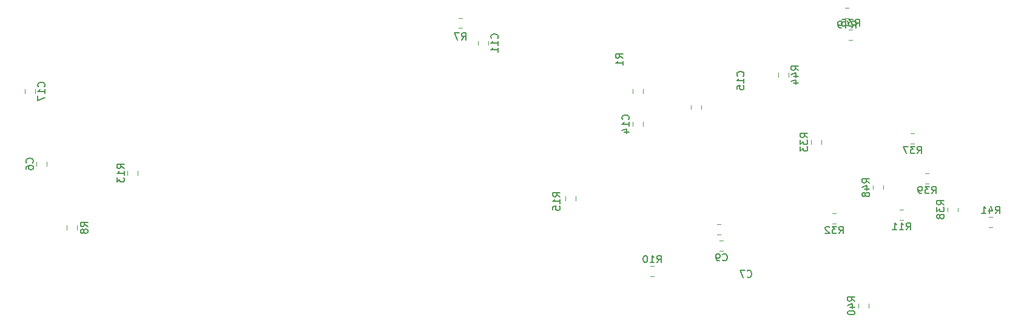
<source format=gbr>
%TF.GenerationSoftware,KiCad,Pcbnew,(5.1.6)-1*%
%TF.CreationDate,2021-01-03T19:19:44+05:30*%
%TF.ProjectId,supplyboard,73757070-6c79-4626-9f61-72642e6b6963,rev?*%
%TF.SameCoordinates,Original*%
%TF.FileFunction,Legend,Bot*%
%TF.FilePolarity,Positive*%
%FSLAX46Y46*%
G04 Gerber Fmt 4.6, Leading zero omitted, Abs format (unit mm)*
G04 Created by KiCad (PCBNEW (5.1.6)-1) date 2021-01-03 19:19:44*
%MOMM*%
%LPD*%
G01*
G04 APERTURE LIST*
%ADD10C,0.120000*%
%ADD11C,0.150000*%
G04 APERTURE END LIST*
D10*
%TO.C,R35*%
X158249252Y-84126000D02*
X157726748Y-84126000D01*
X158249252Y-85546000D02*
X157726748Y-85546000D01*
%TO.C,C9*%
X139701748Y-113590000D02*
X140224252Y-113590000D01*
X139701748Y-115010000D02*
X140224252Y-115010000D01*
%TO.C,R10*%
X130563252Y-117146000D02*
X130040748Y-117146000D01*
X130563252Y-118566000D02*
X130040748Y-118566000D01*
%TO.C,C7*%
X139362922Y-112724000D02*
X139880078Y-112724000D01*
X139362922Y-111304000D02*
X139880078Y-111304000D01*
%TO.C,R1*%
X128980000Y-92971252D02*
X128980000Y-92448748D01*
X127560000Y-92971252D02*
X127560000Y-92448748D01*
%TO.C,C15*%
X137108000Y-95248252D02*
X137108000Y-94725748D01*
X135688000Y-95248252D02*
X135688000Y-94725748D01*
%TO.C,C6*%
X44375000Y-102608748D02*
X44375000Y-103131252D01*
X45795000Y-102608748D02*
X45795000Y-103131252D01*
%TO.C,R7*%
X103243748Y-83895000D02*
X103766252Y-83895000D01*
X103243748Y-82475000D02*
X103766252Y-82475000D01*
%TO.C,R8*%
X48566000Y-112021252D02*
X48566000Y-111498748D01*
X49986000Y-112021252D02*
X49986000Y-111498748D01*
%TO.C,R15*%
X119582000Y-107957252D02*
X119582000Y-107434748D01*
X118162000Y-107957252D02*
X118162000Y-107434748D01*
%TO.C,R11*%
X164838748Y-110692000D02*
X165361252Y-110692000D01*
X164838748Y-109272000D02*
X165361252Y-109272000D01*
%TO.C,R13*%
X57075000Y-103878748D02*
X57075000Y-104401252D01*
X58495000Y-103878748D02*
X58495000Y-104401252D01*
%TO.C,R32*%
X155440748Y-111200000D02*
X155963252Y-111200000D01*
X155440748Y-109780000D02*
X155963252Y-109780000D01*
%TO.C,R33*%
X152452000Y-99560748D02*
X152452000Y-100083252D01*
X153872000Y-99560748D02*
X153872000Y-100083252D01*
%TO.C,R37*%
X166362748Y-100024000D02*
X166885252Y-100024000D01*
X166362748Y-98604000D02*
X166885252Y-98604000D01*
%TO.C,R38*%
X171502000Y-108967748D02*
X171502000Y-109490252D01*
X172922000Y-108967748D02*
X172922000Y-109490252D01*
%TO.C,R39*%
X168394748Y-105612000D02*
X168917252Y-105612000D01*
X168394748Y-104192000D02*
X168917252Y-104192000D01*
%TO.C,R40*%
X159056000Y-122420748D02*
X159056000Y-122943252D01*
X160476000Y-122420748D02*
X160476000Y-122943252D01*
%TO.C,R41*%
X177798252Y-110288000D02*
X177275748Y-110288000D01*
X177798252Y-111708000D02*
X177275748Y-111708000D01*
%TO.C,R44*%
X149300000Y-90685252D02*
X149300000Y-90162748D01*
X147880000Y-90685252D02*
X147880000Y-90162748D01*
%TO.C,R48*%
X161088000Y-105901748D02*
X161088000Y-106424252D01*
X162508000Y-105901748D02*
X162508000Y-106424252D01*
%TO.C,R49*%
X157218748Y-82498000D02*
X157741252Y-82498000D01*
X157218748Y-81078000D02*
X157741252Y-81078000D01*
%TO.C,C11*%
X107390000Y-86231252D02*
X107390000Y-85708748D01*
X105970000Y-86231252D02*
X105970000Y-85708748D01*
%TO.C,C14*%
X127560000Y-97020748D02*
X127560000Y-97543252D01*
X128980000Y-97020748D02*
X128980000Y-97543252D01*
%TO.C,C17*%
X42724000Y-92971252D02*
X42724000Y-92448748D01*
X44144000Y-92971252D02*
X44144000Y-92448748D01*
%TO.C,R35*%
D11*
X158630857Y-83638380D02*
X158964190Y-83162190D01*
X159202285Y-83638380D02*
X159202285Y-82638380D01*
X158821333Y-82638380D01*
X158726095Y-82686000D01*
X158678476Y-82733619D01*
X158630857Y-82828857D01*
X158630857Y-82971714D01*
X158678476Y-83066952D01*
X158726095Y-83114571D01*
X158821333Y-83162190D01*
X159202285Y-83162190D01*
X158297523Y-82638380D02*
X157678476Y-82638380D01*
X158011809Y-83019333D01*
X157868952Y-83019333D01*
X157773714Y-83066952D01*
X157726095Y-83114571D01*
X157678476Y-83209809D01*
X157678476Y-83447904D01*
X157726095Y-83543142D01*
X157773714Y-83590761D01*
X157868952Y-83638380D01*
X158154666Y-83638380D01*
X158249904Y-83590761D01*
X158297523Y-83543142D01*
X156773714Y-82638380D02*
X157249904Y-82638380D01*
X157297523Y-83114571D01*
X157249904Y-83066952D01*
X157154666Y-83019333D01*
X156916571Y-83019333D01*
X156821333Y-83066952D01*
X156773714Y-83114571D01*
X156726095Y-83209809D01*
X156726095Y-83447904D01*
X156773714Y-83543142D01*
X156821333Y-83590761D01*
X156916571Y-83638380D01*
X157154666Y-83638380D01*
X157249904Y-83590761D01*
X157297523Y-83543142D01*
%TO.C,C9*%
X140129666Y-116307142D02*
X140177285Y-116354761D01*
X140320142Y-116402380D01*
X140415380Y-116402380D01*
X140558238Y-116354761D01*
X140653476Y-116259523D01*
X140701095Y-116164285D01*
X140748714Y-115973809D01*
X140748714Y-115830952D01*
X140701095Y-115640476D01*
X140653476Y-115545238D01*
X140558238Y-115450000D01*
X140415380Y-115402380D01*
X140320142Y-115402380D01*
X140177285Y-115450000D01*
X140129666Y-115497619D01*
X139653476Y-116402380D02*
X139463000Y-116402380D01*
X139367761Y-116354761D01*
X139320142Y-116307142D01*
X139224904Y-116164285D01*
X139177285Y-115973809D01*
X139177285Y-115592857D01*
X139224904Y-115497619D01*
X139272523Y-115450000D01*
X139367761Y-115402380D01*
X139558238Y-115402380D01*
X139653476Y-115450000D01*
X139701095Y-115497619D01*
X139748714Y-115592857D01*
X139748714Y-115830952D01*
X139701095Y-115926190D01*
X139653476Y-115973809D01*
X139558238Y-116021428D01*
X139367761Y-116021428D01*
X139272523Y-115973809D01*
X139224904Y-115926190D01*
X139177285Y-115830952D01*
%TO.C,R10*%
X130944857Y-116658380D02*
X131278190Y-116182190D01*
X131516285Y-116658380D02*
X131516285Y-115658380D01*
X131135333Y-115658380D01*
X131040095Y-115706000D01*
X130992476Y-115753619D01*
X130944857Y-115848857D01*
X130944857Y-115991714D01*
X130992476Y-116086952D01*
X131040095Y-116134571D01*
X131135333Y-116182190D01*
X131516285Y-116182190D01*
X129992476Y-116658380D02*
X130563904Y-116658380D01*
X130278190Y-116658380D02*
X130278190Y-115658380D01*
X130373428Y-115801238D01*
X130468666Y-115896476D01*
X130563904Y-115944095D01*
X129373428Y-115658380D02*
X129278190Y-115658380D01*
X129182952Y-115706000D01*
X129135333Y-115753619D01*
X129087714Y-115848857D01*
X129040095Y-116039333D01*
X129040095Y-116277428D01*
X129087714Y-116467904D01*
X129135333Y-116563142D01*
X129182952Y-116610761D01*
X129278190Y-116658380D01*
X129373428Y-116658380D01*
X129468666Y-116610761D01*
X129516285Y-116563142D01*
X129563904Y-116467904D01*
X129611523Y-116277428D01*
X129611523Y-116039333D01*
X129563904Y-115848857D01*
X129516285Y-115753619D01*
X129468666Y-115706000D01*
X129373428Y-115658380D01*
%TO.C,C7*%
X143538166Y-118621142D02*
X143585785Y-118668761D01*
X143728642Y-118716380D01*
X143823880Y-118716380D01*
X143966738Y-118668761D01*
X144061976Y-118573523D01*
X144109595Y-118478285D01*
X144157214Y-118287809D01*
X144157214Y-118144952D01*
X144109595Y-117954476D01*
X144061976Y-117859238D01*
X143966738Y-117764000D01*
X143823880Y-117716380D01*
X143728642Y-117716380D01*
X143585785Y-117764000D01*
X143538166Y-117811619D01*
X143204833Y-117716380D02*
X142538166Y-117716380D01*
X142966738Y-118716380D01*
%TO.C,R1*%
X126182380Y-88098333D02*
X125706190Y-87765000D01*
X126182380Y-87526904D02*
X125182380Y-87526904D01*
X125182380Y-87907857D01*
X125230000Y-88003095D01*
X125277619Y-88050714D01*
X125372857Y-88098333D01*
X125515714Y-88098333D01*
X125610952Y-88050714D01*
X125658571Y-88003095D01*
X125706190Y-87907857D01*
X125706190Y-87526904D01*
X126182380Y-89050714D02*
X126182380Y-88479285D01*
X126182380Y-88765000D02*
X125182380Y-88765000D01*
X125325238Y-88669761D01*
X125420476Y-88574523D01*
X125468095Y-88479285D01*
%TO.C,C15*%
X143005142Y-90594142D02*
X143052761Y-90546523D01*
X143100380Y-90403666D01*
X143100380Y-90308428D01*
X143052761Y-90165571D01*
X142957523Y-90070333D01*
X142862285Y-90022714D01*
X142671809Y-89975095D01*
X142528952Y-89975095D01*
X142338476Y-90022714D01*
X142243238Y-90070333D01*
X142148000Y-90165571D01*
X142100380Y-90308428D01*
X142100380Y-90403666D01*
X142148000Y-90546523D01*
X142195619Y-90594142D01*
X143100380Y-91546523D02*
X143100380Y-90975095D01*
X143100380Y-91260809D02*
X142100380Y-91260809D01*
X142243238Y-91165571D01*
X142338476Y-91070333D01*
X142386095Y-90975095D01*
X142100380Y-92451285D02*
X142100380Y-91975095D01*
X142576571Y-91927476D01*
X142528952Y-91975095D01*
X142481333Y-92070333D01*
X142481333Y-92308428D01*
X142528952Y-92403666D01*
X142576571Y-92451285D01*
X142671809Y-92498904D01*
X142909904Y-92498904D01*
X143005142Y-92451285D01*
X143052761Y-92403666D01*
X143100380Y-92308428D01*
X143100380Y-92070333D01*
X143052761Y-91975095D01*
X143005142Y-91927476D01*
%TO.C,C6*%
X43792142Y-102703333D02*
X43839761Y-102655714D01*
X43887380Y-102512857D01*
X43887380Y-102417619D01*
X43839761Y-102274761D01*
X43744523Y-102179523D01*
X43649285Y-102131904D01*
X43458809Y-102084285D01*
X43315952Y-102084285D01*
X43125476Y-102131904D01*
X43030238Y-102179523D01*
X42935000Y-102274761D01*
X42887380Y-102417619D01*
X42887380Y-102512857D01*
X42935000Y-102655714D01*
X42982619Y-102703333D01*
X42887380Y-103560476D02*
X42887380Y-103370000D01*
X42935000Y-103274761D01*
X42982619Y-103227142D01*
X43125476Y-103131904D01*
X43315952Y-103084285D01*
X43696904Y-103084285D01*
X43792142Y-103131904D01*
X43839761Y-103179523D01*
X43887380Y-103274761D01*
X43887380Y-103465238D01*
X43839761Y-103560476D01*
X43792142Y-103608095D01*
X43696904Y-103655714D01*
X43458809Y-103655714D01*
X43363571Y-103608095D01*
X43315952Y-103560476D01*
X43268333Y-103465238D01*
X43268333Y-103274761D01*
X43315952Y-103179523D01*
X43363571Y-103131904D01*
X43458809Y-103084285D01*
%TO.C,R7*%
X103671666Y-85542380D02*
X104005000Y-85066190D01*
X104243095Y-85542380D02*
X104243095Y-84542380D01*
X103862142Y-84542380D01*
X103766904Y-84590000D01*
X103719285Y-84637619D01*
X103671666Y-84732857D01*
X103671666Y-84875714D01*
X103719285Y-84970952D01*
X103766904Y-85018571D01*
X103862142Y-85066190D01*
X104243095Y-85066190D01*
X103338333Y-84542380D02*
X102671666Y-84542380D01*
X103100238Y-85542380D01*
%TO.C,R8*%
X51506380Y-111602333D02*
X51030190Y-111269000D01*
X51506380Y-111030904D02*
X50506380Y-111030904D01*
X50506380Y-111411857D01*
X50554000Y-111507095D01*
X50601619Y-111554714D01*
X50696857Y-111602333D01*
X50839714Y-111602333D01*
X50934952Y-111554714D01*
X50982571Y-111507095D01*
X51030190Y-111411857D01*
X51030190Y-111030904D01*
X50934952Y-112173761D02*
X50887333Y-112078523D01*
X50839714Y-112030904D01*
X50744476Y-111983285D01*
X50696857Y-111983285D01*
X50601619Y-112030904D01*
X50554000Y-112078523D01*
X50506380Y-112173761D01*
X50506380Y-112364238D01*
X50554000Y-112459476D01*
X50601619Y-112507095D01*
X50696857Y-112554714D01*
X50744476Y-112554714D01*
X50839714Y-112507095D01*
X50887333Y-112459476D01*
X50934952Y-112364238D01*
X50934952Y-112173761D01*
X50982571Y-112078523D01*
X51030190Y-112030904D01*
X51125428Y-111983285D01*
X51315904Y-111983285D01*
X51411142Y-112030904D01*
X51458761Y-112078523D01*
X51506380Y-112173761D01*
X51506380Y-112364238D01*
X51458761Y-112459476D01*
X51411142Y-112507095D01*
X51315904Y-112554714D01*
X51125428Y-112554714D01*
X51030190Y-112507095D01*
X50982571Y-112459476D01*
X50934952Y-112364238D01*
%TO.C,R15*%
X117419380Y-107443142D02*
X116943190Y-107109809D01*
X117419380Y-106871714D02*
X116419380Y-106871714D01*
X116419380Y-107252666D01*
X116467000Y-107347904D01*
X116514619Y-107395523D01*
X116609857Y-107443142D01*
X116752714Y-107443142D01*
X116847952Y-107395523D01*
X116895571Y-107347904D01*
X116943190Y-107252666D01*
X116943190Y-106871714D01*
X117419380Y-108395523D02*
X117419380Y-107824095D01*
X117419380Y-108109809D02*
X116419380Y-108109809D01*
X116562238Y-108014571D01*
X116657476Y-107919333D01*
X116705095Y-107824095D01*
X116419380Y-109300285D02*
X116419380Y-108824095D01*
X116895571Y-108776476D01*
X116847952Y-108824095D01*
X116800333Y-108919333D01*
X116800333Y-109157428D01*
X116847952Y-109252666D01*
X116895571Y-109300285D01*
X116990809Y-109347904D01*
X117228904Y-109347904D01*
X117324142Y-109300285D01*
X117371761Y-109252666D01*
X117419380Y-109157428D01*
X117419380Y-108919333D01*
X117371761Y-108824095D01*
X117324142Y-108776476D01*
%TO.C,R11*%
X165742857Y-112084380D02*
X166076190Y-111608190D01*
X166314285Y-112084380D02*
X166314285Y-111084380D01*
X165933333Y-111084380D01*
X165838095Y-111132000D01*
X165790476Y-111179619D01*
X165742857Y-111274857D01*
X165742857Y-111417714D01*
X165790476Y-111512952D01*
X165838095Y-111560571D01*
X165933333Y-111608190D01*
X166314285Y-111608190D01*
X164790476Y-112084380D02*
X165361904Y-112084380D01*
X165076190Y-112084380D02*
X165076190Y-111084380D01*
X165171428Y-111227238D01*
X165266666Y-111322476D01*
X165361904Y-111370095D01*
X163838095Y-112084380D02*
X164409523Y-112084380D01*
X164123809Y-112084380D02*
X164123809Y-111084380D01*
X164219047Y-111227238D01*
X164314285Y-111322476D01*
X164409523Y-111370095D01*
%TO.C,R13*%
X56587380Y-103497142D02*
X56111190Y-103163809D01*
X56587380Y-102925714D02*
X55587380Y-102925714D01*
X55587380Y-103306666D01*
X55635000Y-103401904D01*
X55682619Y-103449523D01*
X55777857Y-103497142D01*
X55920714Y-103497142D01*
X56015952Y-103449523D01*
X56063571Y-103401904D01*
X56111190Y-103306666D01*
X56111190Y-102925714D01*
X56587380Y-104449523D02*
X56587380Y-103878095D01*
X56587380Y-104163809D02*
X55587380Y-104163809D01*
X55730238Y-104068571D01*
X55825476Y-103973333D01*
X55873095Y-103878095D01*
X55587380Y-104782857D02*
X55587380Y-105401904D01*
X55968333Y-105068571D01*
X55968333Y-105211428D01*
X56015952Y-105306666D01*
X56063571Y-105354285D01*
X56158809Y-105401904D01*
X56396904Y-105401904D01*
X56492142Y-105354285D01*
X56539761Y-105306666D01*
X56587380Y-105211428D01*
X56587380Y-104925714D01*
X56539761Y-104830476D01*
X56492142Y-104782857D01*
%TO.C,R32*%
X156344857Y-112592380D02*
X156678190Y-112116190D01*
X156916285Y-112592380D02*
X156916285Y-111592380D01*
X156535333Y-111592380D01*
X156440095Y-111640000D01*
X156392476Y-111687619D01*
X156344857Y-111782857D01*
X156344857Y-111925714D01*
X156392476Y-112020952D01*
X156440095Y-112068571D01*
X156535333Y-112116190D01*
X156916285Y-112116190D01*
X156011523Y-111592380D02*
X155392476Y-111592380D01*
X155725809Y-111973333D01*
X155582952Y-111973333D01*
X155487714Y-112020952D01*
X155440095Y-112068571D01*
X155392476Y-112163809D01*
X155392476Y-112401904D01*
X155440095Y-112497142D01*
X155487714Y-112544761D01*
X155582952Y-112592380D01*
X155868666Y-112592380D01*
X155963904Y-112544761D01*
X156011523Y-112497142D01*
X155011523Y-111687619D02*
X154963904Y-111640000D01*
X154868666Y-111592380D01*
X154630571Y-111592380D01*
X154535333Y-111640000D01*
X154487714Y-111687619D01*
X154440095Y-111782857D01*
X154440095Y-111878095D01*
X154487714Y-112020952D01*
X155059142Y-112592380D01*
X154440095Y-112592380D01*
%TO.C,R33*%
X151964380Y-99179142D02*
X151488190Y-98845809D01*
X151964380Y-98607714D02*
X150964380Y-98607714D01*
X150964380Y-98988666D01*
X151012000Y-99083904D01*
X151059619Y-99131523D01*
X151154857Y-99179142D01*
X151297714Y-99179142D01*
X151392952Y-99131523D01*
X151440571Y-99083904D01*
X151488190Y-98988666D01*
X151488190Y-98607714D01*
X150964380Y-99512476D02*
X150964380Y-100131523D01*
X151345333Y-99798190D01*
X151345333Y-99941047D01*
X151392952Y-100036285D01*
X151440571Y-100083904D01*
X151535809Y-100131523D01*
X151773904Y-100131523D01*
X151869142Y-100083904D01*
X151916761Y-100036285D01*
X151964380Y-99941047D01*
X151964380Y-99655333D01*
X151916761Y-99560095D01*
X151869142Y-99512476D01*
X150964380Y-100464857D02*
X150964380Y-101083904D01*
X151345333Y-100750571D01*
X151345333Y-100893428D01*
X151392952Y-100988666D01*
X151440571Y-101036285D01*
X151535809Y-101083904D01*
X151773904Y-101083904D01*
X151869142Y-101036285D01*
X151916761Y-100988666D01*
X151964380Y-100893428D01*
X151964380Y-100607714D01*
X151916761Y-100512476D01*
X151869142Y-100464857D01*
%TO.C,R37*%
X167266857Y-101416380D02*
X167600190Y-100940190D01*
X167838285Y-101416380D02*
X167838285Y-100416380D01*
X167457333Y-100416380D01*
X167362095Y-100464000D01*
X167314476Y-100511619D01*
X167266857Y-100606857D01*
X167266857Y-100749714D01*
X167314476Y-100844952D01*
X167362095Y-100892571D01*
X167457333Y-100940190D01*
X167838285Y-100940190D01*
X166933523Y-100416380D02*
X166314476Y-100416380D01*
X166647809Y-100797333D01*
X166504952Y-100797333D01*
X166409714Y-100844952D01*
X166362095Y-100892571D01*
X166314476Y-100987809D01*
X166314476Y-101225904D01*
X166362095Y-101321142D01*
X166409714Y-101368761D01*
X166504952Y-101416380D01*
X166790666Y-101416380D01*
X166885904Y-101368761D01*
X166933523Y-101321142D01*
X165981142Y-100416380D02*
X165314476Y-100416380D01*
X165743047Y-101416380D01*
%TO.C,R38*%
X171014380Y-108586142D02*
X170538190Y-108252809D01*
X171014380Y-108014714D02*
X170014380Y-108014714D01*
X170014380Y-108395666D01*
X170062000Y-108490904D01*
X170109619Y-108538523D01*
X170204857Y-108586142D01*
X170347714Y-108586142D01*
X170442952Y-108538523D01*
X170490571Y-108490904D01*
X170538190Y-108395666D01*
X170538190Y-108014714D01*
X170014380Y-108919476D02*
X170014380Y-109538523D01*
X170395333Y-109205190D01*
X170395333Y-109348047D01*
X170442952Y-109443285D01*
X170490571Y-109490904D01*
X170585809Y-109538523D01*
X170823904Y-109538523D01*
X170919142Y-109490904D01*
X170966761Y-109443285D01*
X171014380Y-109348047D01*
X171014380Y-109062333D01*
X170966761Y-108967095D01*
X170919142Y-108919476D01*
X170442952Y-110109952D02*
X170395333Y-110014714D01*
X170347714Y-109967095D01*
X170252476Y-109919476D01*
X170204857Y-109919476D01*
X170109619Y-109967095D01*
X170062000Y-110014714D01*
X170014380Y-110109952D01*
X170014380Y-110300428D01*
X170062000Y-110395666D01*
X170109619Y-110443285D01*
X170204857Y-110490904D01*
X170252476Y-110490904D01*
X170347714Y-110443285D01*
X170395333Y-110395666D01*
X170442952Y-110300428D01*
X170442952Y-110109952D01*
X170490571Y-110014714D01*
X170538190Y-109967095D01*
X170633428Y-109919476D01*
X170823904Y-109919476D01*
X170919142Y-109967095D01*
X170966761Y-110014714D01*
X171014380Y-110109952D01*
X171014380Y-110300428D01*
X170966761Y-110395666D01*
X170919142Y-110443285D01*
X170823904Y-110490904D01*
X170633428Y-110490904D01*
X170538190Y-110443285D01*
X170490571Y-110395666D01*
X170442952Y-110300428D01*
%TO.C,R39*%
X169298857Y-107004380D02*
X169632190Y-106528190D01*
X169870285Y-107004380D02*
X169870285Y-106004380D01*
X169489333Y-106004380D01*
X169394095Y-106052000D01*
X169346476Y-106099619D01*
X169298857Y-106194857D01*
X169298857Y-106337714D01*
X169346476Y-106432952D01*
X169394095Y-106480571D01*
X169489333Y-106528190D01*
X169870285Y-106528190D01*
X168965523Y-106004380D02*
X168346476Y-106004380D01*
X168679809Y-106385333D01*
X168536952Y-106385333D01*
X168441714Y-106432952D01*
X168394095Y-106480571D01*
X168346476Y-106575809D01*
X168346476Y-106813904D01*
X168394095Y-106909142D01*
X168441714Y-106956761D01*
X168536952Y-107004380D01*
X168822666Y-107004380D01*
X168917904Y-106956761D01*
X168965523Y-106909142D01*
X167870285Y-107004380D02*
X167679809Y-107004380D01*
X167584571Y-106956761D01*
X167536952Y-106909142D01*
X167441714Y-106766285D01*
X167394095Y-106575809D01*
X167394095Y-106194857D01*
X167441714Y-106099619D01*
X167489333Y-106052000D01*
X167584571Y-106004380D01*
X167775047Y-106004380D01*
X167870285Y-106052000D01*
X167917904Y-106099619D01*
X167965523Y-106194857D01*
X167965523Y-106432952D01*
X167917904Y-106528190D01*
X167870285Y-106575809D01*
X167775047Y-106623428D01*
X167584571Y-106623428D01*
X167489333Y-106575809D01*
X167441714Y-106528190D01*
X167394095Y-106432952D01*
%TO.C,R40*%
X158568380Y-122039142D02*
X158092190Y-121705809D01*
X158568380Y-121467714D02*
X157568380Y-121467714D01*
X157568380Y-121848666D01*
X157616000Y-121943904D01*
X157663619Y-121991523D01*
X157758857Y-122039142D01*
X157901714Y-122039142D01*
X157996952Y-121991523D01*
X158044571Y-121943904D01*
X158092190Y-121848666D01*
X158092190Y-121467714D01*
X157901714Y-122896285D02*
X158568380Y-122896285D01*
X157520761Y-122658190D02*
X158235047Y-122420095D01*
X158235047Y-123039142D01*
X157568380Y-123610571D02*
X157568380Y-123705809D01*
X157616000Y-123801047D01*
X157663619Y-123848666D01*
X157758857Y-123896285D01*
X157949333Y-123943904D01*
X158187428Y-123943904D01*
X158377904Y-123896285D01*
X158473142Y-123848666D01*
X158520761Y-123801047D01*
X158568380Y-123705809D01*
X158568380Y-123610571D01*
X158520761Y-123515333D01*
X158473142Y-123467714D01*
X158377904Y-123420095D01*
X158187428Y-123372476D01*
X157949333Y-123372476D01*
X157758857Y-123420095D01*
X157663619Y-123467714D01*
X157616000Y-123515333D01*
X157568380Y-123610571D01*
%TO.C,R41*%
X178179857Y-109800380D02*
X178513190Y-109324190D01*
X178751285Y-109800380D02*
X178751285Y-108800380D01*
X178370333Y-108800380D01*
X178275095Y-108848000D01*
X178227476Y-108895619D01*
X178179857Y-108990857D01*
X178179857Y-109133714D01*
X178227476Y-109228952D01*
X178275095Y-109276571D01*
X178370333Y-109324190D01*
X178751285Y-109324190D01*
X177322714Y-109133714D02*
X177322714Y-109800380D01*
X177560809Y-108752761D02*
X177798904Y-109467047D01*
X177179857Y-109467047D01*
X176275095Y-109800380D02*
X176846523Y-109800380D01*
X176560809Y-109800380D02*
X176560809Y-108800380D01*
X176656047Y-108943238D01*
X176751285Y-109038476D01*
X176846523Y-109086095D01*
%TO.C,R44*%
X150692380Y-89781142D02*
X150216190Y-89447809D01*
X150692380Y-89209714D02*
X149692380Y-89209714D01*
X149692380Y-89590666D01*
X149740000Y-89685904D01*
X149787619Y-89733523D01*
X149882857Y-89781142D01*
X150025714Y-89781142D01*
X150120952Y-89733523D01*
X150168571Y-89685904D01*
X150216190Y-89590666D01*
X150216190Y-89209714D01*
X150025714Y-90638285D02*
X150692380Y-90638285D01*
X149644761Y-90400190D02*
X150359047Y-90162095D01*
X150359047Y-90781142D01*
X150025714Y-91590666D02*
X150692380Y-91590666D01*
X149644761Y-91352571D02*
X150359047Y-91114476D01*
X150359047Y-91733523D01*
%TO.C,R48*%
X160600380Y-105520142D02*
X160124190Y-105186809D01*
X160600380Y-104948714D02*
X159600380Y-104948714D01*
X159600380Y-105329666D01*
X159648000Y-105424904D01*
X159695619Y-105472523D01*
X159790857Y-105520142D01*
X159933714Y-105520142D01*
X160028952Y-105472523D01*
X160076571Y-105424904D01*
X160124190Y-105329666D01*
X160124190Y-104948714D01*
X159933714Y-106377285D02*
X160600380Y-106377285D01*
X159552761Y-106139190D02*
X160267047Y-105901095D01*
X160267047Y-106520142D01*
X160028952Y-107043952D02*
X159981333Y-106948714D01*
X159933714Y-106901095D01*
X159838476Y-106853476D01*
X159790857Y-106853476D01*
X159695619Y-106901095D01*
X159648000Y-106948714D01*
X159600380Y-107043952D01*
X159600380Y-107234428D01*
X159648000Y-107329666D01*
X159695619Y-107377285D01*
X159790857Y-107424904D01*
X159838476Y-107424904D01*
X159933714Y-107377285D01*
X159981333Y-107329666D01*
X160028952Y-107234428D01*
X160028952Y-107043952D01*
X160076571Y-106948714D01*
X160124190Y-106901095D01*
X160219428Y-106853476D01*
X160409904Y-106853476D01*
X160505142Y-106901095D01*
X160552761Y-106948714D01*
X160600380Y-107043952D01*
X160600380Y-107234428D01*
X160552761Y-107329666D01*
X160505142Y-107377285D01*
X160409904Y-107424904D01*
X160219428Y-107424904D01*
X160124190Y-107377285D01*
X160076571Y-107329666D01*
X160028952Y-107234428D01*
%TO.C,R49*%
X158122857Y-83890380D02*
X158456190Y-83414190D01*
X158694285Y-83890380D02*
X158694285Y-82890380D01*
X158313333Y-82890380D01*
X158218095Y-82938000D01*
X158170476Y-82985619D01*
X158122857Y-83080857D01*
X158122857Y-83223714D01*
X158170476Y-83318952D01*
X158218095Y-83366571D01*
X158313333Y-83414190D01*
X158694285Y-83414190D01*
X157265714Y-83223714D02*
X157265714Y-83890380D01*
X157503809Y-82842761D02*
X157741904Y-83557047D01*
X157122857Y-83557047D01*
X156694285Y-83890380D02*
X156503809Y-83890380D01*
X156408571Y-83842761D01*
X156360952Y-83795142D01*
X156265714Y-83652285D01*
X156218095Y-83461809D01*
X156218095Y-83080857D01*
X156265714Y-82985619D01*
X156313333Y-82938000D01*
X156408571Y-82890380D01*
X156599047Y-82890380D01*
X156694285Y-82938000D01*
X156741904Y-82985619D01*
X156789523Y-83080857D01*
X156789523Y-83318952D01*
X156741904Y-83414190D01*
X156694285Y-83461809D01*
X156599047Y-83509428D01*
X156408571Y-83509428D01*
X156313333Y-83461809D01*
X156265714Y-83414190D01*
X156218095Y-83318952D01*
%TO.C,C11*%
X108687142Y-85327142D02*
X108734761Y-85279523D01*
X108782380Y-85136666D01*
X108782380Y-85041428D01*
X108734761Y-84898571D01*
X108639523Y-84803333D01*
X108544285Y-84755714D01*
X108353809Y-84708095D01*
X108210952Y-84708095D01*
X108020476Y-84755714D01*
X107925238Y-84803333D01*
X107830000Y-84898571D01*
X107782380Y-85041428D01*
X107782380Y-85136666D01*
X107830000Y-85279523D01*
X107877619Y-85327142D01*
X108782380Y-86279523D02*
X108782380Y-85708095D01*
X108782380Y-85993809D02*
X107782380Y-85993809D01*
X107925238Y-85898571D01*
X108020476Y-85803333D01*
X108068095Y-85708095D01*
X108782380Y-87231904D02*
X108782380Y-86660476D01*
X108782380Y-86946190D02*
X107782380Y-86946190D01*
X107925238Y-86850952D01*
X108020476Y-86755714D01*
X108068095Y-86660476D01*
%TO.C,C14*%
X126977142Y-96639142D02*
X127024761Y-96591523D01*
X127072380Y-96448666D01*
X127072380Y-96353428D01*
X127024761Y-96210571D01*
X126929523Y-96115333D01*
X126834285Y-96067714D01*
X126643809Y-96020095D01*
X126500952Y-96020095D01*
X126310476Y-96067714D01*
X126215238Y-96115333D01*
X126120000Y-96210571D01*
X126072380Y-96353428D01*
X126072380Y-96448666D01*
X126120000Y-96591523D01*
X126167619Y-96639142D01*
X127072380Y-97591523D02*
X127072380Y-97020095D01*
X127072380Y-97305809D02*
X126072380Y-97305809D01*
X126215238Y-97210571D01*
X126310476Y-97115333D01*
X126358095Y-97020095D01*
X126405714Y-98448666D02*
X127072380Y-98448666D01*
X126024761Y-98210571D02*
X126739047Y-97972476D01*
X126739047Y-98591523D01*
%TO.C,C17*%
X45441142Y-92067142D02*
X45488761Y-92019523D01*
X45536380Y-91876666D01*
X45536380Y-91781428D01*
X45488761Y-91638571D01*
X45393523Y-91543333D01*
X45298285Y-91495714D01*
X45107809Y-91448095D01*
X44964952Y-91448095D01*
X44774476Y-91495714D01*
X44679238Y-91543333D01*
X44584000Y-91638571D01*
X44536380Y-91781428D01*
X44536380Y-91876666D01*
X44584000Y-92019523D01*
X44631619Y-92067142D01*
X45536380Y-93019523D02*
X45536380Y-92448095D01*
X45536380Y-92733809D02*
X44536380Y-92733809D01*
X44679238Y-92638571D01*
X44774476Y-92543333D01*
X44822095Y-92448095D01*
X44536380Y-93352857D02*
X44536380Y-94019523D01*
X45536380Y-93590952D01*
%TD*%
M02*

</source>
